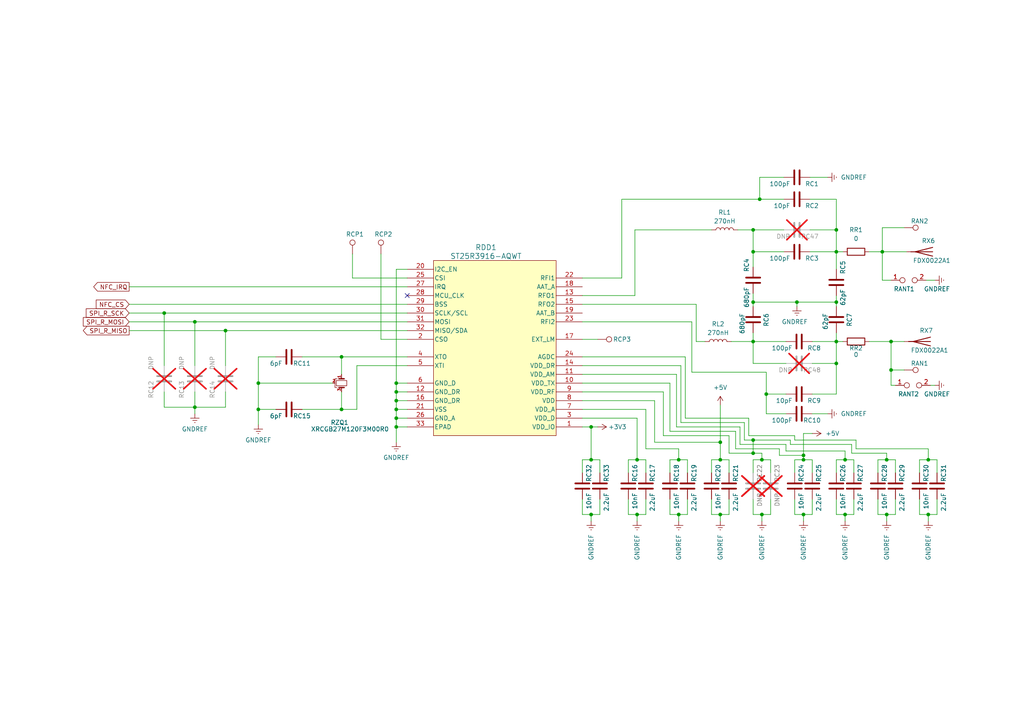
<source format=kicad_sch>
(kicad_sch (version 20230121) (generator eeschema)
  (paper "A4")
  (title_block (title "Flipper Device DIY") (rev "13.F7B9C6") (company "Originally from : Flipper Devices Inc.") (comment 1 "DIY Version 1.0"))
  (lib_symbols
    (symbol "Connector:TestPoint" (pin_numbers hide) (pin_names (offset 0.762) hide)
      (property "Reference" "TP" (at 0 6.858 0))
      (property "Value" "TestPoint" (at 0 5.08 0))
      (symbol "TestPoint_0_1"
        (circle (center 0 3.302) (radius 0.762))
      )
      (symbol "TestPoint_1_1"
        (pin passive line (at 0 0 90) (length 2.54) (name "1") (number "1"))
      )
    )
    (symbol "Connector:TestPoint_2Pole" (pin_names (offset 0.762) hide)
      (property "Reference" "TP" (at 0 1.524 0))
      (property "Value" "TestPoint_2Pole" (at 0 -1.778 0))
      (symbol "TestPoint_2Pole_0_1"
        (circle (center -1.778 0) (radius 0.762))
        (circle (center 1.778 0) (radius 0.762))
        (pin passive line (at -5.08 0 0) (length 2.54) (name "1") (number "1"))
        (pin passive line (at 5.08 0 180) (length 2.54) (name "2") (number "2"))
      )
    )
    (symbol "Device:Antenna" (pin_numbers hide) (pin_names (offset 1.016) hide)
      (property "Reference" "AE" (at -1.905 1.905 0))
      (property "Value" "Antenna" (at -1.905 0 0))
      (symbol "Antenna_0_1"
        (polyline (pts (xy 0 2.54) (xy 0 -3.81)) (stroke (width 0.254)))
        (polyline (pts (xy 1.27 2.54) (xy 0 -2.54) (xy -1.27 2.54)) (stroke (width 0.254)))
      )
      (symbol "Antenna_1_1"
        (pin input line (at 0 -5.08 90) (length 2.54) (name "A") (number "1"))
      )
    )
    (symbol "Device:C" (pin_numbers hide) (pin_names (offset 0.254))
      (property "Reference" "C" (at 0.635 2.54 0))
      (property "Value" "C" (at 0.635 -2.54 0))
      (symbol "C_0_1"
        (polyline (pts (xy -2.032 -0.762) (xy 2.032 -0.762)) (stroke (width 0.508)))
        (polyline (pts (xy -2.032 0.762) (xy 2.032 0.762)) (stroke (width 0.508)))
      )
      (symbol "C_1_1"
        (pin passive line (at 0 3.81 270) (length 2.794) (name "~") (number "1"))
        (pin passive line (at 0 -3.81 90) (length 2.794) (name "~") (number "2"))
      )
    )
    (symbol "Device:Crystal_GND2_Small" (pin_names (offset 1.016) hide)
      (property "Reference" "Y" (at 0 5.08 0))
      (property "Value" "Crystal_GND2_Small" (at 0 3.175 0))
      (symbol "Crystal_GND2_Small_0_1"
        (rectangle (start -0.762 -1.524) (end 0.762 1.524))
        (polyline (pts (xy -1.27 -0.762) (xy -1.27 0.762)) (stroke (width 0.381)))
        (polyline (pts (xy 1.27 -0.762) (xy 1.27 0.762)) (stroke (width 0.381)))
        (polyline (pts (xy -1.27 -1.27) (xy -1.27 -1.905) (xy 1.27 -1.905) (xy 1.27 -1.27)))
      )
      (symbol "Crystal_GND2_Small_1_1"
        (pin passive line (at -2.54 0 0) (length 1.27) (name "1") (number "1"))
        (pin passive line (at 0 -2.54 90) (length 0.635) (name "2") (number "2"))
        (pin passive line (at 2.54 0 180) (length 1.27) (name "3") (number "3"))
      )
    )
    (symbol "Device:L" (pin_numbers hide) (pin_names (offset 1.016) hide)
      (property "Reference" "L" (at -1.27 0 90))
      (property "Value" "L" (at 1.905 0 90))
      (symbol "L_0_1"
        (arc (start 0 -2.54) (mid 0.6323 -1.905) (end 0 -1.27))
        (arc (start 0 -1.27) (mid 0.6323 -0.635) (end 0 0))
        (arc (start 0 0) (mid 0.6323 0.635) (end 0 1.27))
        (arc (start 0 1.27) (mid 0.6323 1.905) (end 0 2.54))
      )
      (symbol "L_1_1"
        (pin passive line (at 0 3.81 270) (length 1.27) (name "1") (number "1"))
        (pin passive line (at 0 -3.81 90) (length 1.27) (name "2") (number "2"))
      )
    )
    (symbol "Device:R" (pin_numbers hide) (pin_names (offset 0))
      (property "Reference" "R" (at 2.032 0 90))
      (property "Value" "R" (at 0 0 90))
      (symbol "R_0_1"
        (rectangle (start -1.016 -2.54) (end 1.016 2.54) (stroke (width 0.254)))
      )
      (symbol "R_1_1"
        (pin passive line (at 0 3.81 270) (length 1.27) (name "~") (number "1"))
        (pin passive line (at 0 -3.81 90) (length 1.27) (name "~") (number "2"))
      )
    )
    (symbol "ST25R3916-AQWT:ST25R3916-AQWT" (pin_names (offset 0.254))
      (property "Reference" "DD" (at 1.27 -2.54 0))
      (property "Value" "ST25R3916-AQWT" (at 1.27 -5.08 0))
      (symbol "ST25R3916-AQWT_0_1"
        (pin power_in line (at 29.21 -54.61 180) (length 7.62) (name "VDD_IO") (number "1"))
        (pin power_in line (at 29.21 -41.91 180) (length 7.62) (name "VDD_TX") (number "10"))
        (pin unspecified line (at 29.21 -39.37 180) (length 7.62) (name "VDD_AM") (number "11"))
        (pin power_out line (at -21.59 -44.45 0) (length 7.62) (name "GND_DR") (number "12"))
        (pin unspecified line (at 29.21 -16.51 180) (length 7.62) (name "RFO1") (number "13"))
        (pin power_in line (at 29.21 -36.83 180) (length 7.62) (name "VDD_DR") (number "14"))
        (pin unspecified line (at 29.21 -19.05 180) (length 7.62) (name "RFO2") (number "15"))
        (pin power_out line (at -21.59 -46.99 0) (length 7.62) (name "GND_DR") (number "16"))
        (pin unspecified line (at 29.21 -29.21 180) (length 7.62) (name "EXT_LM") (number "17"))
        (pin unspecified line (at 29.21 -13.97 180) (length 7.62) (name "AAT_A") (number "18"))
        (pin unspecified line (at 29.21 -21.59 180) (length 7.62) (name "AAT_B") (number "19"))
        (pin unspecified line (at -21.59 -29.21 0) (length 7.62) (name "CSO") (number "2"))
        (pin input line (at -21.59 -8.89 0) (length 7.62) (name "I2C_EN") (number "20"))
        (pin power_out line (at -21.59 -49.53 0) (length 7.62) (name "VSS") (number "21"))
        (pin unspecified line (at 29.21 -11.43 180) (length 7.62) (name "RFI1") (number "22"))
        (pin unspecified line (at 29.21 -24.13 180) (length 7.62) (name "RFI2") (number "23"))
        (pin unspecified line (at 29.21 -34.29 180) (length 7.62) (name "AGDC") (number "24"))
        (pin unspecified line (at -21.59 -11.43 0) (length 7.62) (name "CSI") (number "25"))
        (pin power_out line (at -21.59 -52.07 0) (length 7.62) (name "GND_A") (number "26"))
        (pin output line (at -21.59 -13.97 0) (length 7.62) (name "IRQ") (number "27"))
        (pin output line (at -21.59 -16.51 0) (length 7.62) (name "MCU_CLK") (number "28"))
        (pin input line (at -21.59 -19.05 0) (length 7.62) (name "BSS") (number "29"))
        (pin unspecified line (at 29.21 -52.07 180) (length 7.62) (name "VDD_D") (number "3"))
        (pin input line (at -21.59 -21.59 0) (length 7.62) (name "SCLK/SCL") (number "30"))
        (pin input line (at -21.59 -24.13 0) (length 7.62) (name "MOSI") (number "31"))
        (pin bidirectional line (at -21.59 -26.67 0) (length 7.62) (name "MISO/SDA") (number "32"))
        (pin unspecified line (at -21.59 -34.29 0) (length 7.62) (name "XTO") (number "4"))
        (pin input line (at -21.59 -36.83 0) (length 7.62) (name "XTI") (number "5"))
        (pin power_out line (at -21.59 -41.91 0) (length 7.62) (name "GND_D") (number "6"))
        (pin unspecified line (at 29.21 -49.53 180) (length 7.62) (name "VDD_A") (number "7"))
        (pin power_in line (at 29.21 -46.99 180) (length 7.62) (name "VDD") (number "8"))
        (pin unspecified line (at 29.21 -44.45 180) (length 7.62) (name "VDD_RF") (number "9"))
      )
      (symbol "ST25R3916-AQWT_1_1"
        (rectangle (start -13.97 -6.35) (end 21.59 -57.15) (fill (type background)))
        (pin power_out line (at -21.59 -54.61 0) (length 7.62) (name "EPAD") (number "33"))
      )
    )
    (symbol "power:+3V3" (power) (pin_names (offset 0))
      (property "Value" "+3V3" (at 0 3.556 0))
      (symbol "+3V3_0_1"
        (polyline (pts (xy -0.762 1.27) (xy 0 2.54)))
        (polyline (pts (xy 0 0) (xy 0 2.54)))
        (polyline (pts (xy 0 2.54) (xy 0.762 1.27)))
      )
      (symbol "+3V3_1_1"
        (pin power_in line (at 0 0 90) (length 0) hide (name "+3V3") (number "1"))
      )
    )
    (symbol "power:+5V" (power) (pin_names (offset 0))
      (property "Value" "+5V" (at 0 3.556 0))
      (symbol "+5V_0_1"
        (polyline (pts (xy -0.762 1.27) (xy 0 2.54)))
        (polyline (pts (xy 0 0) (xy 0 2.54)))
        (polyline (pts (xy 0 2.54) (xy 0.762 1.27)))
      )
      (symbol "+5V_1_1"
        (pin power_in line (at 0 0 90) (length 0) hide (name "+5V") (number "1"))
      )
    )
    (symbol "power:GNDREF" (power) (pin_names (offset 0))
      (property "Value" "GNDREF" (at 0 -3.81 0))
      (symbol "GNDREF_0_1"
        (polyline (pts (xy -0.635 -1.905) (xy 0.635 -1.905)))
        (polyline (pts (xy -0.127 -2.54) (xy 0.127 -2.54)))
        (polyline (pts (xy 0 -1.27) (xy 0 0)))
        (polyline (pts (xy 1.27 -1.27) (xy -1.27 -1.27)))
      )
      (symbol "GNDREF_1_1"
        (pin power_in line (at 0 0 270) (length 0) hide (name "GNDREF") (number "1"))
      )
    )
  )
  (junction (at 233.045 132.08))
  (junction (at 220.98 133.35))
  (junction (at 255.905 73.025))
  (junction (at 171.45 149.225))
  (junction (at 114.935 118.745))
  (junction (at 74.93 111.125))
  (junction (at 74.93 118.745))
  (junction (at 218.44 99.06))
  (junction (at 242.57 87.63))
  (junction (at 220.98 149.225))
  (junction (at 233.045 149.225))
  (junction (at 208.915 133.35))
  (junction (at 208.915 149.225))
  (junction (at 257.175 149.225))
  (junction (at 233.045 133.35))
  (junction (at 99.06 118.745))
  (junction (at 218.44 131.445))
  (junction (at 242.57 105.41))
  (junction (at 245.11 149.225))
  (junction (at 114.935 116.205))
  (junction (at 242.57 73.025))
  (junction (at 114.935 123.825))
  (junction (at 47.625 90.805))
  (junction (at 171.45 133.35))
  (junction (at 114.935 111.125))
  (junction (at 258.445 107.315))
  (junction (at 218.44 73.025))
  (junction (at 171.45 123.825))
  (junction (at 184.785 133.35))
  (junction (at 269.24 133.35))
  (junction (at 220.345 57.785))
  (junction (at 231.14 87.63))
  (junction (at 222.25 114.3))
  (junction (at 269.24 149.225))
  (junction (at 245.11 133.35))
  (junction (at 196.85 133.35))
  (junction (at 242.57 99.06))
  (junction (at 218.44 66.675))
  (junction (at 258.445 99.06))
  (junction (at 242.57 66.675))
  (junction (at 196.85 149.225))
  (junction (at 56.515 93.345))
  (junction (at 65.405 95.885))
  (junction (at 218.44 127.635))
  (junction (at 218.44 87.63))
  (junction (at 208.915 128.27))
  (junction (at 114.935 121.285))
  (junction (at 99.06 103.505))
  (junction (at 184.785 149.225))
  (junction (at 56.515 118.11))
  (junction (at 114.935 113.665))
  (junction (at 257.175 133.35))
  (no_connect (at 118.11 85.725))
  (wire (pts (xy 196.85 149.225) (xy 199.39 149.225)))
  (wire (pts (xy 65.405 95.885) (xy 65.405 106.045)))
  (wire (pts (xy 229.235 127.635) (xy 229.235 128.905)))
  (wire (pts (xy 242.57 87.63) (xy 242.57 85.725)))
  (wire (pts (xy 218.44 66.675) (xy 227.33 66.675)))
  (wire (pts (xy 248.285 127.635) (xy 248.285 130.175)))
  (wire (pts (xy 269.24 133.35) (xy 271.78 133.35)))
  (wire (pts (xy 255.905 73.025) (xy 252.095 73.025)))
  (wire (pts (xy 233.045 132.08) (xy 233.045 133.35)))
  (wire (pts (xy 248.285 130.175) (xy 269.24 130.175)))
  (wire (pts (xy 230.505 126.365) (xy 230.505 127.635)))
  (wire (pts (xy 37.465 95.885) (xy 65.405 95.885)))
  (wire (pts (xy 114.935 121.285) (xy 114.935 123.825)))
  (wire (pts (xy 255.905 73.025) (xy 262.89 73.025)))
  (wire (pts (xy 99.06 103.505) (xy 87.63 103.505)))
  (wire (pts (xy 168.91 144.78) (xy 168.91 149.225)))
  (wire (pts (xy 168.91 123.825) (xy 171.45 123.825)))
  (wire (pts (xy 118.11 88.265) (xy 37.465 88.265)))
  (wire (pts (xy 168.91 121.285) (xy 184.785 121.285)))
  (wire (pts (xy 194.31 137.16) (xy 194.31 133.35)))
  (wire (pts (xy 242.57 87.63) (xy 242.57 88.9)))
  (wire (pts (xy 184.15 85.725) (xy 168.91 85.725)))
  (wire (pts (xy 231.14 87.63) (xy 242.57 87.63)))
  (wire (pts (xy 235.585 133.35) (xy 235.585 137.16)))
  (wire (pts (xy 168.91 133.35) (xy 171.45 133.35)))
  (wire (pts (xy 118.11 80.645) (xy 102.235 80.645)))
  (wire (pts (xy 218.44 73.025) (xy 218.44 77.47)))
  (wire (pts (xy 114.935 118.745) (xy 114.935 121.285)))
  (wire (pts (xy 168.91 137.16) (xy 168.91 133.35)))
  (wire (pts (xy 218.44 127.635) (xy 218.44 131.445)))
  (wire (pts (xy 74.93 118.745) (xy 74.93 123.19)))
  (wire (pts (xy 242.57 105.41) (xy 242.57 99.06)))
  (wire (pts (xy 99.06 108.585) (xy 99.06 103.505)))
  (wire (pts (xy 114.935 118.745) (xy 118.11 118.745)))
  (wire (pts (xy 168.91 106.045) (xy 197.485 106.045)))
  (wire (pts (xy 168.91 103.505) (xy 198.755 103.505)))
  (wire (pts (xy 233.045 132.08) (xy 233.045 125.73)))
  (wire (pts (xy 168.91 149.225) (xy 171.45 149.225)))
  (wire (pts (xy 235.585 149.225) (xy 235.585 144.78)))
  (wire (pts (xy 271.78 149.225) (xy 271.78 144.78)))
  (wire (pts (xy 56.515 118.11) (xy 65.405 118.11)))
  (wire (pts (xy 245.11 149.225) (xy 247.65 149.225)))
  (wire (pts (xy 206.375 149.225) (xy 208.915 149.225)))
  (wire (pts (xy 242.57 99.06) (xy 235.585 99.06)))
  (wire (pts (xy 223.52 133.35) (xy 223.52 137.16)))
  (wire (pts (xy 47.625 90.805) (xy 118.11 90.805)))
  (wire (pts (xy 102.235 80.645) (xy 102.235 73.66)))
  (wire (pts (xy 114.935 113.665) (xy 114.935 116.205)))
  (wire (pts (xy 247.65 149.225) (xy 247.65 144.78)))
  (wire (pts (xy 269.24 130.175) (xy 269.24 133.35)))
  (wire (pts (xy 218.44 131.445) (xy 220.98 131.445)))
  (wire (pts (xy 208.915 128.27) (xy 208.915 133.35)))
  (wire (pts (xy 184.785 121.285) (xy 184.785 133.35)))
  (wire (pts (xy 227.965 130.81) (xy 245.11 130.81)))
  (wire (pts (xy 266.7 149.225) (xy 269.24 149.225)))
  (wire (pts (xy 171.45 149.225) (xy 171.45 151.13)))
  (wire (pts (xy 269.24 149.225) (xy 271.78 149.225)))
  (wire (pts (xy 242.57 73.025) (xy 244.475 73.025)))
  (wire (pts (xy 74.93 103.505) (xy 74.93 111.125)))
  (wire (pts (xy 242.57 73.025) (xy 242.57 78.105)))
  (wire (pts (xy 269.24 149.225) (xy 269.24 151.13)))
  (wire (pts (xy 208.915 133.35) (xy 211.455 133.35)))
  (wire (pts (xy 226.06 130.175) (xy 226.06 132.08)))
  (wire (pts (xy 230.505 127.635) (xy 248.285 127.635)))
  (wire (pts (xy 184.785 149.225) (xy 184.785 151.13)))
  (wire (pts (xy 80.01 103.505) (xy 74.93 103.505)))
  (wire (pts (xy 196.85 130.175) (xy 196.85 133.35)))
  (wire (pts (xy 233.045 125.73) (xy 235.585 125.73)))
  (wire (pts (xy 208.915 149.225) (xy 211.455 149.225)))
  (wire (pts (xy 245.11 130.81) (xy 245.11 133.35)))
  (wire (pts (xy 222.25 114.3) (xy 227.965 114.3)))
  (wire (pts (xy 230.505 149.225) (xy 233.045 149.225)))
  (wire (pts (xy 271.78 133.35) (xy 271.78 137.16)))
  (wire (pts (xy 56.515 93.345) (xy 56.515 106.045)))
  (wire (pts (xy 114.935 123.825) (xy 114.935 128.27)))
  (wire (pts (xy 235.585 120.015) (xy 240.03 120.015)))
  (wire (pts (xy 212.09 99.06) (xy 218.44 99.06)))
  (wire (pts (xy 259.715 111.76) (xy 258.445 111.76)))
  (wire (pts (xy 258.445 99.06) (xy 262.255 99.06)))
  (wire (pts (xy 192.405 113.665) (xy 192.405 126.365)))
  (wire (pts (xy 198.755 103.505) (xy 198.755 121.285)))
  (wire (pts (xy 257.175 149.225) (xy 259.715 149.225)))
  (wire (pts (xy 65.405 118.11) (xy 65.405 113.665)))
  (wire (pts (xy 218.44 99.06) (xy 227.965 99.06)))
  (wire (pts (xy 114.935 121.285) (xy 118.11 121.285)))
  (wire (pts (xy 211.455 131.445) (xy 218.44 131.445)))
  (wire (pts (xy 189.865 116.205) (xy 189.865 128.27)))
  (wire (pts (xy 220.98 149.225) (xy 220.98 151.13)))
  (wire (pts (xy 168.91 111.125) (xy 194.31 111.125)))
  (wire (pts (xy 189.865 128.27) (xy 208.915 128.27)))
  (wire (pts (xy 196.215 123.825) (xy 214.63 123.825)))
  (wire (pts (xy 247.015 128.905) (xy 247.015 131.445)))
  (wire (pts (xy 218.44 149.225) (xy 220.98 149.225)))
  (wire (pts (xy 208.915 149.225) (xy 208.915 151.13)))
  (wire (pts (xy 222.25 107.95) (xy 222.25 114.3)))
  (wire (pts (xy 198.755 121.285) (xy 217.17 121.285)))
  (wire (pts (xy 192.405 126.365) (xy 211.455 126.365)))
  (wire (pts (xy 220.98 131.445) (xy 220.98 133.35)))
  (wire (pts (xy 196.85 133.35) (xy 199.39 133.35)))
  (wire (pts (xy 266.7 144.78) (xy 266.7 149.225)))
  (wire (pts (xy 220.345 51.435) (xy 220.345 57.785)))
  (wire (pts (xy 213.36 125.095) (xy 213.36 130.175)))
  (wire (pts (xy 234.95 51.435) (xy 240.03 51.435)))
  (wire (pts (xy 242.57 96.52) (xy 242.57 99.06)))
  (wire (pts (xy 197.485 122.555) (xy 215.9 122.555)))
  (wire (pts (xy 118.11 106.045) (xy 103.505 106.045)))
  (wire (pts (xy 255.905 81.28) (xy 255.905 73.025)))
  (wire (pts (xy 242.57 133.35) (xy 245.11 133.35)))
  (wire (pts (xy 182.245 137.16) (xy 182.245 133.35)))
  (wire (pts (xy 257.175 149.225) (xy 257.175 151.13)))
  (wire (pts (xy 206.375 133.35) (xy 208.915 133.35)))
  (wire (pts (xy 114.935 116.205) (xy 114.935 118.745)))
  (wire (pts (xy 252.095 99.06) (xy 258.445 99.06)))
  (wire (pts (xy 259.715 133.35) (xy 259.715 137.16)))
  (wire (pts (xy 220.345 57.785) (xy 227.33 57.785)))
  (wire (pts (xy 230.505 144.78) (xy 230.505 149.225)))
  (wire (pts (xy 242.57 66.675) (xy 242.57 73.025)))
  (wire (pts (xy 168.91 113.665) (xy 192.405 113.665)))
  (wire (pts (xy 226.06 132.08) (xy 233.045 132.08)))
  (wire (pts (xy 200.66 107.95) (xy 200.66 93.345)))
  (wire (pts (xy 230.505 133.35) (xy 233.045 133.35)))
  (wire (pts (xy 171.45 133.35) (xy 173.99 133.35)))
  (wire (pts (xy 194.31 111.125) (xy 194.31 125.095)))
  (wire (pts (xy 56.515 93.345) (xy 118.11 93.345)))
  (wire (pts (xy 194.31 133.35) (xy 196.85 133.35)))
  (wire (pts (xy 47.625 118.11) (xy 56.515 118.11)))
  (wire (pts (xy 208.915 117.475) (xy 208.915 128.27)))
  (wire (pts (xy 242.57 137.16) (xy 242.57 133.35)))
  (wire (pts (xy 171.45 123.825) (xy 171.45 133.35)))
  (wire (pts (xy 168.91 98.425) (xy 173.355 98.425)))
  (wire (pts (xy 242.57 57.785) (xy 242.57 66.675)))
  (wire (pts (xy 194.31 144.78) (xy 194.31 149.225)))
  (wire (pts (xy 257.175 131.445) (xy 257.175 133.35)))
  (wire (pts (xy 247.015 131.445) (xy 257.175 131.445)))
  (wire (pts (xy 201.93 99.06) (xy 204.47 99.06)))
  (wire (pts (xy 235.585 105.41) (xy 242.57 105.41)))
  (wire (pts (xy 218.44 144.78) (xy 218.44 149.225)))
  (wire (pts (xy 74.93 111.125) (xy 96.52 111.125)))
  (wire (pts (xy 114.935 78.105) (xy 114.935 111.125)))
  (wire (pts (xy 168.91 108.585) (xy 196.215 108.585)))
  (wire (pts (xy 213.36 130.175) (xy 226.06 130.175)))
  (wire (pts (xy 65.405 95.885) (xy 118.11 95.885)))
  (wire (pts (xy 218.44 96.52) (xy 218.44 99.06)))
  (wire (pts (xy 218.44 127.635) (xy 229.235 127.635)))
  (wire (pts (xy 257.175 133.35) (xy 259.715 133.35)))
  (wire (pts (xy 187.325 133.35) (xy 187.325 137.16)))
  (wire (pts (xy 184.15 66.675) (xy 184.15 85.725)))
  (wire (pts (xy 254.635 133.35) (xy 257.175 133.35)))
  (wire (pts (xy 220.98 133.35) (xy 223.52 133.35)))
  (wire (pts (xy 184.785 133.35) (xy 187.325 133.35)))
  (wire (pts (xy 242.57 144.78) (xy 242.57 149.225)))
  (wire (pts (xy 173.99 133.35) (xy 173.99 137.16)))
  (wire (pts (xy 114.935 111.125) (xy 114.935 113.665)))
  (wire (pts (xy 218.44 137.16) (xy 218.44 133.35)))
  (wire (pts (xy 199.39 133.35) (xy 199.39 137.16)))
  (wire (pts (xy 196.85 149.225) (xy 196.85 151.13)))
  (wire (pts (xy 242.57 57.785) (xy 234.95 57.785)))
  (wire (pts (xy 234.95 66.675) (xy 242.57 66.675)))
  (wire (pts (xy 56.515 113.665) (xy 56.515 118.11)))
  (wire (pts (xy 233.045 149.225) (xy 235.585 149.225)))
  (wire (pts (xy 262.255 107.315) (xy 258.445 107.315)))
  (wire (pts (xy 230.505 137.16) (xy 230.505 133.35)))
  (wire (pts (xy 242.57 149.225) (xy 245.11 149.225)))
  (wire (pts (xy 187.325 130.175) (xy 196.85 130.175)))
  (wire (pts (xy 99.06 118.745) (xy 103.505 118.745)))
  (wire (pts (xy 266.7 133.35) (xy 269.24 133.35)))
  (wire (pts (xy 258.445 111.76) (xy 258.445 107.315)))
  (wire (pts (xy 255.905 66.04) (xy 255.905 73.025)))
  (wire (pts (xy 213.995 66.675) (xy 218.44 66.675)))
  (wire (pts (xy 206.375 66.675) (xy 184.15 66.675)))
  (wire (pts (xy 180.34 57.785) (xy 180.34 80.645)))
  (wire (pts (xy 259.715 149.225) (xy 259.715 144.78)))
  (wire (pts (xy 194.31 125.095) (xy 213.36 125.095)))
  (wire (pts (xy 74.93 118.745) (xy 80.01 118.745)))
  (wire (pts (xy 258.445 81.28) (xy 255.905 81.28)))
  (wire (pts (xy 206.375 137.16) (xy 206.375 133.35)))
  (wire (pts (xy 47.625 90.805) (xy 47.625 106.045)))
  (wire (pts (xy 184.785 149.225) (xy 187.325 149.225)))
  (wire (pts (xy 245.11 133.35) (xy 247.65 133.35)))
  (wire (pts (xy 168.91 88.265) (xy 201.93 88.265)))
  (wire (pts (xy 215.9 127.635) (xy 218.44 127.635)))
  (wire (pts (xy 214.63 128.905) (xy 227.965 128.905)))
  (wire (pts (xy 114.935 111.125) (xy 118.11 111.125)))
  (wire (pts (xy 114.935 116.205) (xy 118.11 116.205)))
  (wire (pts (xy 182.245 144.78) (xy 182.245 149.225)))
  (wire (pts (xy 37.465 83.185) (xy 118.11 83.185)))
  (wire (pts (xy 182.245 133.35) (xy 184.785 133.35)))
  (wire (pts (xy 171.45 149.225) (xy 173.99 149.225)))
  (wire (pts (xy 227.965 105.41) (xy 218.44 105.41)))
  (wire (pts (xy 200.66 93.345) (xy 168.91 93.345)))
  (wire (pts (xy 37.465 90.805) (xy 47.625 90.805)))
  (wire (pts (xy 254.635 144.78) (xy 254.635 149.225)))
  (wire (pts (xy 199.39 149.225) (xy 199.39 144.78)))
  (wire (pts (xy 103.505 106.045) (xy 103.505 118.745)))
  (wire (pts (xy 218.44 105.41) (xy 218.44 99.06)))
  (wire (pts (xy 227.965 128.905) (xy 227.965 130.81)))
  (wire (pts (xy 197.485 106.045) (xy 197.485 122.555)))
  (wire (pts (xy 242.57 99.06) (xy 244.475 99.06)))
  (wire (pts (xy 233.045 133.35) (xy 235.585 133.35)))
  (wire (pts (xy 217.17 126.365) (xy 230.505 126.365)))
  (wire (pts (xy 233.045 149.225) (xy 233.045 151.13)))
  (wire (pts (xy 114.935 113.665) (xy 118.11 113.665)))
  (wire (pts (xy 217.17 121.285) (xy 217.17 126.365)))
  (wire (pts (xy 215.9 122.555) (xy 215.9 127.635)))
  (wire (pts (xy 171.45 123.825) (xy 173.355 123.825)))
  (wire (pts (xy 227.965 120.015) (xy 222.25 120.015)))
  (wire (pts (xy 266.7 137.16) (xy 266.7 133.35)))
  (wire (pts (xy 99.06 103.505) (xy 118.11 103.505)))
  (wire (pts (xy 47.625 113.665) (xy 47.625 118.11)))
  (wire (pts (xy 218.44 133.35) (xy 220.98 133.35)))
  (wire (pts (xy 110.49 98.425) (xy 110.49 73.66)))
  (wire (pts (xy 194.31 149.225) (xy 196.85 149.225)))
  (wire (pts (xy 220.98 149.225) (xy 223.52 149.225)))
  (wire (pts (xy 173.99 149.225) (xy 173.99 144.78)))
  (wire (pts (xy 56.515 118.11) (xy 56.515 120.015)))
  (wire (pts (xy 211.455 133.35) (xy 211.455 137.16)))
  (wire (pts (xy 269.875 111.76) (xy 271.145 111.76)))
  (wire (pts (xy 222.25 107.95) (xy 200.66 107.95)))
  (wire (pts (xy 187.325 118.745) (xy 187.325 130.175)))
  (wire (pts (xy 254.635 149.225) (xy 257.175 149.225)))
  (wire (pts (xy 118.11 98.425) (xy 110.49 98.425)))
  (wire (pts (xy 99.06 113.665) (xy 99.06 118.745)))
  (wire (pts (xy 223.52 149.225) (xy 223.52 144.78)))
  (wire (pts (xy 74.93 111.125) (xy 74.93 118.745)))
  (wire (pts (xy 211.455 126.365) (xy 211.455 131.445)))
  (wire (pts (xy 180.34 80.645) (xy 168.91 80.645)))
  (wire (pts (xy 242.57 114.3) (xy 242.57 105.41)))
  (wire (pts (xy 254.635 137.16) (xy 254.635 133.35)))
  (wire (pts (xy 201.93 88.265) (xy 201.93 99.06)))
  (wire (pts (xy 211.455 149.225) (xy 211.455 144.78)))
  (wire (pts (xy 234.95 73.025) (xy 242.57 73.025)))
  (wire (pts (xy 235.585 114.3) (xy 242.57 114.3)))
  (wire (pts (xy 196.215 108.585) (xy 196.215 123.825)))
  (wire (pts (xy 182.245 149.225) (xy 184.785 149.225)))
  (wire (pts (xy 229.235 128.905) (xy 247.015 128.905)))
  (wire (pts (xy 227.33 73.025) (xy 218.44 73.025)))
  (wire (pts (xy 231.14 87.63) (xy 231.14 88.9)))
  (wire (pts (xy 218.44 66.675) (xy 218.44 73.025)))
  (wire (pts (xy 118.11 123.825) (xy 114.935 123.825)))
  (wire (pts (xy 118.11 78.105) (xy 114.935 78.105)))
  (wire (pts (xy 218.44 87.63) (xy 231.14 87.63)))
  (wire (pts (xy 227.33 51.435) (xy 220.345 51.435)))
  (wire (pts (xy 258.445 107.315) (xy 258.445 99.06)))
  (wire (pts (xy 214.63 123.825) (xy 214.63 128.905)))
  (wire (pts (xy 262.255 66.04) (xy 255.905 66.04)))
  (wire (pts (xy 222.25 120.015) (xy 222.25 114.3)))
  (wire (pts (xy 168.91 118.745) (xy 187.325 118.745)))
  (wire (pts (xy 218.44 85.09) (xy 218.44 87.63)))
  (wire (pts (xy 187.325 149.225) (xy 187.325 144.78)))
  (wire (pts (xy 87.63 118.745) (xy 99.06 118.745)))
  (wire (pts (xy 220.345 57.785) (xy 180.34 57.785)))
  (wire (pts (xy 206.375 144.78) (xy 206.375 149.225)))
  (wire (pts (xy 245.11 149.225) (xy 245.11 151.13)))
  (wire (pts (xy 37.465 93.345) (xy 56.515 93.345)))
  (wire (pts (xy 218.44 88.9) (xy 218.44 87.63)))
  (wire (pts (xy 247.65 133.35) (xy 247.65 137.16)))
  (wire (pts (xy 168.91 116.205) (xy 189.865 116.205)))
  (wire (pts (xy 268.605 81.28) (xy 271.145 81.28)))
  (global_label "SPI_R_MOSI" (shape input) (at 37.465 93.345 180) (property "Intersheetrefs" "${INTERSHEET_REFS}" (effects hide)))
  (global_label "NFC_IRQ" (shape output) (at 37.465 83.185 180) (property "Intersheetrefs" "${INTERSHEET_REFS}" (effects hide)))
  (global_label "NFC_CS" (shape input) (at 37.465 88.265 180) (property "Intersheetrefs" "${INTERSHEET_REFS}" (effects hide)))
  (global_label "SPI_R_MISO" (shape output) (at 37.465 95.885 180) (property "Intersheetrefs" "${INTERSHEET_REFS}" (effects hide)))
  (global_label "SPI_R_SCK" (shape input) (at 37.465 90.805 180) (property "Intersheetrefs" "${INTERSHEET_REFS}" (effects hide)))
  (symbol (lib_id "Connector:TestPoint") (at 110.49 73.66 0) (unit 1)
    (property "Reference" "TP63" (effects hide))
    (property "Value" "RCP2" (at 108.585 67.945 0) (effects (justify left)))
  )
  (symbol (lib_id "power:GNDREF") (at 56.515 120.015 0) (unit 1)
    (property "Reference" "#PWR0130" (effects hide))
    (property "Value" "GNDREF" (at 56.515 124.46 0))
  )
  (symbol (lib_id "Device:C") (at 247.65 140.97 180) (unit 1)
    (property "Reference" "RC27" (at 249.555 134.62 90) (effects (justify left)))
    (property "Value" "2.2uF" (at 249.555 142.875 90) (effects (justify left)))
  )
  (symbol (lib_id "power:GNDREF") (at 257.175 151.13 0) (unit 1)
    (property "Reference" "#PWR0145" (effects hide))
    (property "Value" "GNDREF" (at 257.175 154.94 90) (effects (justify right)))
  )
  (symbol (lib_id "Device:C") (at 168.91 140.97 180) (unit 1)
    (property "Reference" "RC32" (at 170.815 134.62 90) (effects (justify left)))
    (property "Value" "10nF" (at 170.815 142.875 90) (effects (justify left)))
  )
  (symbol (lib_id "Device:L") (at 210.185 66.675 90) (unit 1)
    (property "Reference" "RL1" (at 210.185 61.595 90))
    (property "Value" "270nH" (at 210.185 64.135 90))
  )
  (symbol (lib_id "Device:C") (at 266.7 140.97 180) (unit 1)
    (property "Reference" "RC30" (at 268.605 134.62 90) (effects (justify left)))
    (property "Value" "10nF" (at 268.605 142.875 90) (effects (justify left)))
  )
  (symbol (lib_id "Device:C") (at 231.775 105.41 90) (unit 1) (dnp yes)
    (property "Reference" "RC48" (at 238.125 107.315 90) (effects (justify left)))
    (property "Value" "DNP" (at 229.87 107.315 90) (effects (justify left)))
  )
  (symbol (lib_id "Device:C") (at 218.44 92.71 0) (mirror x) (unit 1)
    (property "Reference" "RC6" (at 222.25 90.805 90) (effects (justify left)))
    (property "Value" "680pF" (at 215.265 90.805 90) (effects (justify left)))
  )
  (symbol (lib_id "Device:C") (at 173.99 140.97 180) (unit 1)
    (property "Reference" "RC33" (at 175.895 134.62 90) (effects (justify left)))
    (property "Value" "2.2uF" (at 175.895 142.875 90) (effects (justify left)))
  )
  (symbol (lib_id "power:+5V") (at 208.915 117.475 0) (unit 1)
    (property "Reference" "#PWR0147" (effects hide))
    (property "Value" "+5V" (at 208.915 112.395 0))
  )
  (symbol (lib_id "Device:C") (at 83.82 103.505 90) (unit 1)
    (property "Reference" "RC11" (at 90.17 105.41 90) (effects (justify left)))
    (property "Value" "6pF" (at 81.915 105.41 90) (effects (justify left)))
  )
  (symbol (lib_id "power:GNDREF") (at 184.785 151.13 0) (unit 1)
    (property "Reference" "#PWR0139" (effects hide))
    (property "Value" "GNDREF" (at 184.785 154.94 90) (effects (justify right)))
  )
  (symbol (lib_id "power:GNDREF") (at 171.45 151.13 0) (unit 1)
    (property "Reference" "#PWR0137" (effects hide))
    (property "Value" "GNDREF" (at 171.45 154.94 90) (effects (justify right)))
  )
  (symbol (lib_id "Device:C") (at 235.585 140.97 180) (unit 1)
    (property "Reference" "RC25" (at 237.49 134.62 90) (effects (justify left)))
    (property "Value" "2.2uF" (at 237.49 142.875 90) (effects (justify left)))
  )
  (symbol (lib_id "power:GNDREF") (at 196.85 151.13 0) (unit 1)
    (property "Reference" "#PWR0140" (effects hide))
    (property "Value" "GNDREF" (at 196.85 154.94 90) (effects (justify right)))
  )
  (symbol (lib_id "Device:C") (at 187.325 140.97 180) (unit 1)
    (property "Reference" "RC17" (at 189.23 134.62 90) (effects (justify left)))
    (property "Value" "2.2uF" (at 189.23 142.875 90) (effects (justify left)))
  )
  (symbol (lib_id "Device:C") (at 47.625 109.855 0) (unit 1) (dnp yes)
    (property "Reference" "RC12" (at 43.815 115.57 90) (effects (justify left)))
    (property "Value" "DNP" (at 43.815 107.315 90) (effects (justify left)))
  )
  (symbol (lib_id "Device:L") (at 208.28 99.06 90) (unit 1)
    (property "Reference" "RL2" (at 208.28 93.98 90))
    (property "Value" "270nH" (at 208.28 96.52 90))
  )
  (symbol (lib_id "Device:C") (at 206.375 140.97 180) (unit 1)
    (property "Reference" "RC20" (at 208.28 134.62 90) (effects (justify left)))
    (property "Value" "10nF" (at 208.28 142.875 90) (effects (justify left)))
  )
  (symbol (lib_id "Connector:TestPoint") (at 102.235 73.66 0) (unit 1)
    (property "Reference" "TP62" (effects hide))
    (property "Value" "RCP1" (at 100.33 67.945 0) (effects (justify left)))
  )
  (symbol (lib_id "Device:C") (at 182.245 140.97 180) (unit 1)
    (property "Reference" "RC16" (at 184.15 134.62 90) (effects (justify left)))
    (property "Value" "10nF" (at 184.15 142.875 90) (effects (justify left)))
  )
  (symbol (lib_id "Device:C") (at 231.14 73.025 90) (unit 1)
    (property "Reference" "RC3" (at 237.49 74.93 90) (effects (justify left)))
    (property "Value" "100pF" (at 229.235 74.93 90) (effects (justify left)))
  )
  (symbol (lib_id "Connector:TestPoint") (at 262.255 107.315 270) (unit 1)
    (property "Reference" "TP66" (effects hide))
    (property "Value" "RAN1" (at 264.16 105.41 90) (effects (justify left)))
  )
  (symbol (lib_id "Connector:TestPoint_2Pole") (at 264.795 111.76 0) (unit 1)
    (property "Reference" "TP67" (effects hide))
    (property "Value" "RANT2" (at 263.525 114.3 0))
  )
  (symbol (lib_id "power:+5V") (at 235.585 125.73 270) (unit 1)
    (property "Reference" "#PWR0148" (effects hide))
    (property "Value" "+5V" (at 239.395 125.73 90) (effects (justify left)))
  )
  (symbol (lib_id "Connector:TestPoint_2Pole") (at 263.525 81.28 0) (unit 1)
    (property "Reference" "TP65" (effects hide))
    (property "Value" "RANT1" (at 262.255 83.82 0))
  )
  (symbol (lib_id "power:+3V3") (at 173.355 123.825 270) (unit 1)
    (property "Reference" "#PWR0138" (effects hide))
    (property "Value" "+3V3" (at 179.07 123.825 90))
  )
  (symbol (lib_id "Device:C") (at 231.775 120.015 90) (unit 1)
    (property "Reference" "RC10" (at 238.125 121.92 90) (effects (justify left)))
    (property "Value" "100pF" (at 229.87 121.92 90) (effects (justify left)))
  )
  (symbol (lib_id "power:GNDREF") (at 271.145 111.76 90) (unit 1)
    (property "Reference" "#PWR0135" (effects hide))
    (property "Value" "GNDREF" (at 267.97 114.3 90) (effects (justify right)))
  )
  (symbol (lib_id "Device:Antenna") (at 267.335 99.06 270) (unit 1)
    (property "Reference" "RX7" (at 266.7 95.885 90) (effects (justify left)))
    (property "Value" "FDX0022A1" (at 264.16 101.6 90) (effects (justify left)))
    (property "description" "Pogo pin" (effects hide))
  )
  (symbol (lib_id "Device:C") (at 259.715 140.97 180) (unit 1)
    (property "Reference" "RC29" (at 261.62 134.62 90) (effects (justify left)))
    (property "Value" "2.2uF" (at 261.62 142.875 90) (effects (justify left)))
  )
  (symbol (lib_id "Device:Crystal_GND2_Small") (at 99.06 111.125 270) (unit 1)
    (property "Reference" "RZQ1" (at 95.885 122.555 90) (effects (justify left)))
    (property "Value" "XRCGB27M120F3M00R0" (at 90.17 124.46 90) (effects (justify left)))
    (property "description" "Crystall 27.12MHz" (effects hide))
  )
  (symbol (lib_id "ST25R3916-AQWT:ST25R3916-AQWT") (at 139.7 69.215 0) (unit 1)
    (property "Reference" "RDD1" (at 140.97 71.755 0) (effects (font (size 1.524 1.524))))
    (property "Value" "ST25R3916-AQWT" (at 140.97 74.295 0) (effects (font (size 1.524 1.524))))
    (property "Footprint" "VFQFPN32_5X5_WETTABLE_STM" (effects hide))
    (property "Datasheet" "ST25R3916-AQWT" (effects hide))
  )
  (symbol (lib_id "Device:C") (at 218.44 81.28 0) (mirror x) (unit 1)
    (property "Reference" "RC4" (at 216.535 74.93 90) (effects (justify left)))
    (property "Value" "680pF" (at 216.535 83.185 90) (effects (justify left)))
  )
  (symbol (lib_id "power:GNDREF") (at 74.93 123.19 0) (unit 1)
    (property "Reference" "#PWR0131" (effects hide))
    (property "Value" "GNDREF" (at 74.93 127.635 0))
  )
  (symbol (lib_id "power:GNDREF") (at 269.24 151.13 0) (unit 1)
    (property "Reference" "#PWR0146" (effects hide))
    (property "Value" "GNDREF" (at 269.24 154.94 90) (effects (justify right)))
  )
  (symbol (lib_id "Device:C") (at 231.14 57.785 90) (unit 1)
    (property "Reference" "RC2" (at 237.49 59.69 90) (effects (justify left)))
    (property "Value" "10pF" (at 229.235 59.69 90) (effects (justify left)))
  )
  (symbol (lib_id "Device:Antenna") (at 267.97 73.025 270) (unit 1)
    (property "Reference" "RX6" (at 267.335 69.85 90) (effects (justify left)))
    (property "Value" "FDX0022A1" (at 264.795 75.565 90) (effects (justify left)))
    (property "description" "Pogo pin" (effects hide))
  )
  (symbol (lib_id "Device:C") (at 211.455 140.97 180) (unit 1)
    (property "Reference" "RC21" (at 213.36 134.62 90) (effects (justify left)))
    (property "Value" "2.2uF" (at 213.36 142.875 90) (effects (justify left)))
  )
  (symbol (lib_id "power:GNDREF") (at 220.98 151.13 0) (unit 1)
    (property "Reference" "#PWR0142" (effects hide))
    (property "Value" "GNDREF" (at 220.98 154.94 90) (effects (justify right)))
  )
  (symbol (lib_id "Device:C") (at 83.82 118.745 90) (unit 1)
    (property "Reference" "RC15" (at 90.17 120.65 90) (effects (justify left)))
    (property "Value" "6pF" (at 81.915 120.65 90) (effects (justify left)))
  )
  (symbol (lib_id "power:GNDREF") (at 271.145 81.28 90) (unit 1)
    (property "Reference" "#PWR0133" (effects hide))
    (property "Value" "GNDREF" (at 267.97 83.82 90) (effects (justify right)))
  )
  (symbol (lib_id "Device:C") (at 231.775 114.3 90) (unit 1)
    (property "Reference" "RC9" (at 238.125 116.205 90) (effects (justify left)))
    (property "Value" "10pF" (at 229.87 116.205 90) (effects (justify left)))
  )
  (symbol (lib_id "power:GNDREF") (at 245.11 151.13 0) (unit 1)
    (property "Reference" "#PWR0144" (effects hide))
    (property "Value" "GNDREF" (at 245.11 154.94 90) (effects (justify right)))
  )
  (symbol (lib_id "Device:C") (at 242.57 92.71 180) (unit 1)
    (property "Reference" "RC7" (at 246.38 90.805 90) (effects (justify left)))
    (property "Value" "62pF" (at 239.395 90.805 90) (effects (justify left)))
  )
  (symbol (lib_id "Connector:TestPoint") (at 262.255 66.04 270) (unit 1)
    (property "Reference" "TP64" (effects hide))
    (property "Value" "RAN2" (at 264.16 64.135 90) (effects (justify left)))
  )
  (symbol (lib_id "power:GNDREF") (at 240.03 120.015 90) (unit 1)
    (property "Reference" "#PWR0136" (effects hide))
    (property "Value" "GNDREF" (at 243.84 120.015 90) (effects (justify right)))
  )
  (symbol (lib_id "Device:C") (at 56.515 109.855 0) (unit 1) (dnp yes)
    (property "Reference" "RC13" (at 52.705 115.57 90) (effects (justify left)))
    (property "Value" "DNP" (at 52.705 107.315 90) (effects (justify left)))
  )
  (symbol (lib_id "Device:C") (at 199.39 140.97 180) (unit 1)
    (property "Reference" "RC19" (at 201.295 134.62 90) (effects (justify left)))
    (property "Value" "2.2uF" (at 201.295 142.875 90) (effects (justify left)))
  )
  (symbol (lib_id "Connector:TestPoint") (at 173.355 98.425 270) (unit 1)
    (property "Reference" "TP68" (effects hide))
    (property "Value" "RCP3" (at 177.8 98.425 90) (effects (justify left)))
  )
  (symbol (lib_id "Device:C") (at 271.78 140.97 180) (unit 1)
    (property "Reference" "RC31" (at 273.685 134.62 90) (effects (justify left)))
    (property "Value" "2.2uF" (at 273.685 142.875 90) (effects (justify left)))
  )
  (symbol (lib_id "Device:C") (at 230.505 140.97 180) (unit 1)
    (property "Reference" "RC24" (at 232.41 134.62 90) (effects (justify left)))
    (property "Value" "10nF" (at 232.41 142.875 90) (effects (justify left)))
  )
  (symbol (lib_id "Device:C") (at 254.635 140.97 180) (unit 1)
    (property "Reference" "RC28" (at 256.54 134.62 90) (effects (justify left)))
    (property "Value" "10nF" (at 256.54 142.875 90) (effects (justify left)))
  )
  (symbol (lib_id "power:GNDREF") (at 208.915 151.13 0) (unit 1)
    (property "Reference" "#PWR0141" (effects hide))
    (property "Value" "GNDREF" (at 208.915 154.94 90) (effects (justify right)))
  )
  (symbol (lib_id "Device:C") (at 194.31 140.97 180) (unit 1)
    (property "Reference" "RC18" (at 196.215 134.62 90) (effects (justify left)))
    (property "Value" "10nF" (at 196.215 142.875 90) (effects (justify left)))
  )
  (symbol (lib_id "Device:R") (at 248.285 73.025 90) (unit 1)
    (property "Reference" "RR1" (at 248.285 66.675 90))
    (property "Value" "0" (at 248.285 69.215 90))
  )
  (symbol (lib_id "Device:C") (at 231.14 66.675 90) (unit 1) (dnp yes)
    (property "Reference" "RC47" (at 237.49 68.58 90) (effects (justify left)))
    (property "Value" "DNP" (at 229.235 68.58 90) (effects (justify left)))
  )
  (symbol (lib_id "Device:C") (at 242.57 81.915 180) (unit 1)
    (property "Reference" "RC5" (at 244.475 75.565 90) (effects (justify left)))
    (property "Value" "62pF" (at 244.475 83.82 90) (effects (justify left)))
  )
  (symbol (lib_id "Device:C") (at 65.405 109.855 0) (unit 1) (dnp yes)
    (property "Reference" "RC14" (at 61.595 115.57 90) (effects (justify left)))
    (property "Value" "DNP" (at 61.595 107.315 90) (effects (justify left)))
  )
  (symbol (lib_id "Device:C") (at 223.52 140.97 180) (unit 1) (dnp yes)
    (property "Reference" "RC23" (at 225.425 134.62 90) (effects (justify left)))
    (property "Value" "DNP" (at 225.425 142.875 90) (effects (justify left)))
  )
  (symbol (lib_id "power:GNDREF") (at 231.14 88.9 0) (unit 1)
    (property "Reference" "#PWR0134" (effects hide))
    (property "Value" "GNDREF" (at 234.315 93.345 0) (effects (justify right)))
  )
  (symbol (lib_id "power:GNDREF") (at 240.03 51.435 90) (unit 1)
    (property "Reference" "#PWR0132" (effects hide))
    (property "Value" "GNDREF" (at 243.84 51.435 90) (effects (justify right)))
  )
  (symbol (lib_id "power:GNDREF") (at 233.045 151.13 0) (unit 1)
    (property "Reference" "#PWR0143" (effects hide))
    (property "Value" "GNDREF" (at 233.045 154.94 90) (effects (justify right)))
  )
  (symbol (lib_id "Device:C") (at 218.44 140.97 180) (unit 1) (dnp yes)
    (property "Reference" "RC22" (at 220.345 134.62 90) (effects (justify left)))
    (property "Value" "DNP" (at 220.345 142.875 90) (effects (justify left)))
  )
  (symbol (lib_id "Device:C") (at 231.775 99.06 90) (unit 1)
    (property "Reference" "RC8" (at 238.125 100.965 90) (effects (justify left)))
    (property "Value" "100pF" (at 229.87 100.965 90) (effects (justify left)))
  )
  (symbol (lib_id "Device:C") (at 242.57 140.97 180) (unit 1)
    (property "Reference" "RC26" (at 244.475 134.62 90) (effects (justify left)))
    (property "Value" "10nF" (at 244.475 142.875 90) (effects (justify left)))
  )
  (symbol (lib_id "Device:C") (at 231.14 51.435 90) (unit 1)
    (property "Reference" "RC1" (at 237.49 53.34 90) (effects (justify left)))
    (property "Value" "100pF" (at 229.235 53.34 90) (effects (justify left)))
  )
  (symbol (lib_id "Device:R") (at 248.285 99.06 90) (unit 1)
    (property "Reference" "RR2" (at 248.285 100.965 90))
    (property "Value" "0" (at 248.285 102.87 90))
  )
  (symbol (lib_id "power:GNDREF") (at 114.935 128.27 0) (unit 1)
    (property "Reference" "#PWR0129" (effects hide))
    (property "Value" "GNDREF" (at 114.935 132.715 0))
  )
)
</source>
